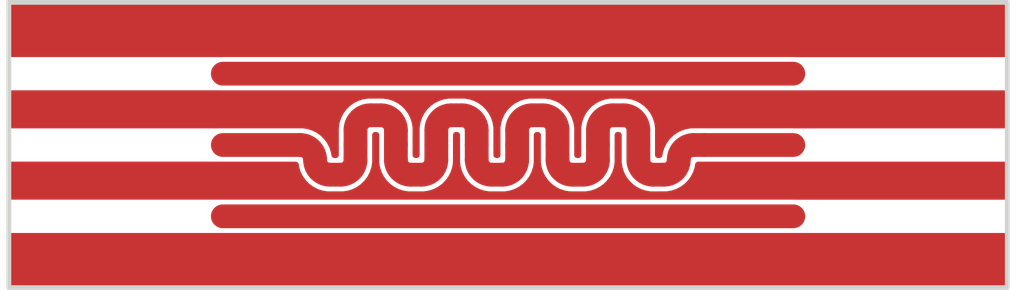
<source format=kicad_pcb>
(kicad_pcb
	(version 20240108)
	(generator "pcbnew")
	(generator_version "8.0")
	(general
		(thickness 1.6)
		(legacy_teardrops no)
	)
	(paper "A4")
	(layers
		(0 "F.Cu" signal)
		(31 "B.Cu" signal)
		(32 "B.Adhes" user "B.Adhesive")
		(33 "F.Adhes" user "F.Adhesive")
		(34 "B.Paste" user)
		(35 "F.Paste" user)
		(36 "B.SilkS" user "B.Silkscreen")
		(37 "F.SilkS" user "F.Silkscreen")
		(38 "B.Mask" user)
		(39 "F.Mask" user)
		(40 "Dwgs.User" user "User.Drawings")
		(41 "Cmts.User" user "User.Comments")
		(42 "Eco1.User" user "User.Eco1")
		(43 "Eco2.User" user "User.Eco2")
		(44 "Edge.Cuts" user)
		(45 "Margin" user)
		(46 "B.CrtYd" user "B.Courtyard")
		(47 "F.CrtYd" user "F.Courtyard")
		(48 "B.Fab" user)
		(49 "F.Fab" user)
		(50 "User.1" user)
		(51 "User.2" user)
		(52 "User.3" user)
		(53 "User.4" user)
		(54 "User.5" user)
		(55 "User.6" user)
		(56 "User.7" user)
		(57 "User.8" user)
		(58 "User.9" user)
	)
	(setup
		(stackup
			(layer "F.SilkS"
				(type "Top Silk Screen")
			)
			(layer "F.Paste"
				(type "Top Solder Paste")
			)
			(layer "F.Mask"
				(type "Top Solder Mask")
				(thickness 0.01)
			)
			(layer "F.Cu"
				(type "copper")
				(thickness 0.035)
			)
			(layer "dielectric 1"
				(type "core")
				(thickness 1.51)
				(material "FR4")
				(epsilon_r 4.5)
				(loss_tangent 0.02)
			)
			(layer "B.Cu"
				(type "copper")
				(thickness 0.035)
			)
			(layer "B.Mask"
				(type "Bottom Solder Mask")
				(thickness 0.01)
			)
			(layer "B.Paste"
				(type "Bottom Solder Paste")
			)
			(layer "B.SilkS"
				(type "Bottom Silk Screen")
			)
			(copper_finish "None")
			(dielectric_constraints no)
		)
		(pad_to_mask_clearance 0)
		(allow_soldermask_bridges_in_footprints no)
		(pcbplotparams
			(layerselection 0x00010fc_ffffffff)
			(plot_on_all_layers_selection 0x0000000_00000000)
			(disableapertmacros no)
			(usegerberextensions no)
			(usegerberattributes yes)
			(usegerberadvancedattributes yes)
			(creategerberjobfile yes)
			(dashed_line_dash_ratio 12.000000)
			(dashed_line_gap_ratio 3.000000)
			(svgprecision 4)
			(plotframeref no)
			(viasonmask no)
			(mode 1)
			(useauxorigin no)
			(hpglpennumber 1)
			(hpglpenspeed 20)
			(hpglpendiameter 15.000000)
			(pdf_front_fp_property_popups yes)
			(pdf_back_fp_property_popups yes)
			(dxfpolygonmode yes)
			(dxfimperialunits yes)
			(dxfusepcbnewfont yes)
			(psnegative no)
			(psa4output no)
			(plotreference yes)
			(plotvalue yes)
			(plotfptext yes)
			(plotinvisibletext no)
			(sketchpadsonfab no)
			(subtractmaskfromsilk no)
			(outputformat 1)
			(mirror no)
			(drillshape 1)
			(scaleselection 1)
			(outputdirectory "")
		)
	)
	(net 0 "")
	(gr_rect
		(start 4 1)
		(end 46 13)
		(stroke
			(width 0.2)
			(type solid)
		)
		(fill none)
		(layer "Edge.Cuts")
		(uuid "6959349c-28a9-445d-b5a4-d90b64369e19")
	)
	(segment
		(start 31.106 8.25)
		(end 31.556 8.25)
		(width 1)
		(layer "F.Cu")
		(net 0)
		(uuid "0de8672f-efb3-45c1-bcad-6d3a8988601a")
	)
	(segment
		(start 21.981 7)
		(end 21.981 6.375)
		(width 1)
		(layer "F.Cu")
		(net 0)
		(uuid "12c20d96-ac24-4e19-aa52-39de48b479ea")
	)
	(segment
		(start 20.281 7)
		(end 20.281 7.625)
		(width 1)
		(layer "F.Cu")
		(net 0)
		(uuid "13d594b0-77cc-4299-b621-aa93f79c36b9")
	)
	(segment
		(start 27.081 6.375)
		(end 27.081 7)
		(width 1)
		(layer "F.Cu")
		(net 0)
		(uuid "1456ed68-7b12-4173-a0b7-7d17a234555e")
	)
	(segment
		(start 33.256 7)
		(end 37 7)
		(width 1)
		(layer "F.Cu")
		(net 0)
		(uuid "1f891467-e003-4fd8-ad4b-4774b7506a5f")
	)
	(segment
		(start 26.006 5.75)
		(end 26.456 5.75)
		(width 1)
		(layer "F.Cu")
		(net 0)
		(uuid "28ecd4e5-f589-46d2-a925-5d489c90b668")
	)
	(segment
		(start 24.306 8.25)
		(end 24.756 8.25)
		(width 1)
		(layer "F.Cu")
		(net 0)
		(uuid "325e77be-3026-4de7-8636-a1662383ee32")
	)
	(segment
		(start 23.681 7)
		(end 23.681 7.625)
		(width 1)
		(layer "F.Cu")
		(net 0)
		(uuid "35306cb3-fed1-46a1-be4b-47cda135f402")
	)
	(segment
		(start 22.606 5.75)
		(end 23.056 5.75)
		(width 1)
		(layer "F.Cu")
		(net 0)
		(uuid "37dac112-66a4-417d-8286-aa09a514e677")
	)
	(segment
		(start 20.906 8.25)
		(end 21.356 8.25)
		(width 1)
		(layer "F.Cu")
		(net 0)
		(uuid "4bca8735-b56b-4bd3-bd79-f38dad7930d5")
	)
	(segment
		(start 25.381 7)
		(end 25.381 6.375)
		(width 1)
		(layer "F.Cu")
		(net 0)
		(uuid "57969697-8393-47a9-9aa6-d5c15c3eb7d2")
	)
	(segment
		(start 30.481 7)
		(end 30.481 7.625)
		(width 1)
		(layer "F.Cu")
		(net 0)
		(uuid "5f205725-a77c-4f85-aee0-49f8d1402442")
	)
	(segment
		(start 13 7)
		(end 16.256 7)
		(width 1)
		(layer "F.Cu")
		(net 0)
		(uuid "6909ada7-79f7-4e8e-8d32-9ab907d63ba3")
	)
	(segment
		(start 29.406 5.75)
		(end 29.856 5.75)
		(width 1)
		(layer "F.Cu")
		(net 0)
		(uuid "6cc024d6-3d9b-4635-913d-60dc60c5edc4")
	)
	(segment
		(start 19.206 5.75)
		(end 19.656 5.75)
		(width 1)
		(layer "F.Cu")
		(net 0)
		(uuid "77ed3eb2-5ad7-45d0-b154-1914cc0a8747")
	)
	(segment
		(start 28.781 7.625)
		(end 28.781 7)
		(width 1)
		(layer "F.Cu")
		(net 0)
		(uuid "7b317c41-2b36-491d-92d0-8ada7b3a6f05")
	)
	(segment
		(start 27.706 8.25)
		(end 28.156 8.25)
		(width 1)
		(layer "F.Cu")
		(net 0)
		(uuid "859d3715-db77-4f54-b4d1-430824e9cb5b")
	)
	(segment
		(start 17.506 8.25)
		(end 17.956 8.25)
		(width 1)
		(layer "F.Cu")
		(net 0)
		(uuid "9022fa29-d3cd-497a-91e6-d5b377fbddd5")
	)
	(segment
		(start 32.806 7)
		(end 33.256 7)
		(width 1)
		(layer "F.Cu")
		(net 0)
		(uuid "9b9ff5fa-a7ef-4c77-b8e3-897814e4e061")
	)
	(segment
		(start 30.481 6.375)
		(end 30.481 7)
		(width 1)
		(layer "F.Cu")
		(net 0)
		(uuid "b72537da-4587-4772-904f-24eaf0938cd8")
	)
	(segment
		(start 23.681 6.375)
		(end 23.681 7)
		(width 1)
		(layer "F.Cu")
		(net 0)
		(uuid "b7590363-8679-48f4-82c6-a0610fbf73b4")
	)
	(segment
		(start 27.081 7)
		(end 27.081 7.625)
		(width 1)
		(layer "F.Cu")
		(net 0)
		(uuid "bb7646f5-4639-4b16-a3a4-9bb1bb593889")
	)
	(segment
		(start 25.381 7.625)
		(end 25.381 7)
		(width 1)
		(layer "F.Cu")
		(net 0)
		(uuid "c0cbfc08-2f60-44b4-86f8-bf943b52543f")
	)
	(segment
		(start 13 4)
		(end 37 4)
		(width 1)
		(layer "F.Cu")
		(net 0)
		(uuid "ceb748b5-b6b8-43d6-b3ca-26fd8ec66582")
	)
	(segment
		(start 20.281 6.375)
		(end 20.281 7)
		(width 1)
		(layer "F.Cu")
		(net 0)
		(uuid "dafdf36b-6dcb-4b25-b5fd-1544d096c476")
	)
	(segment
		(start 18.581 7.625)
		(end 18.581 7)
		(width 1)
		(layer "F.Cu")
		(net 0)
		(uuid "dc03d049-3550-49f5-8222-17c39d084427")
	)
	(segment
		(start 21.981 7.625)
		(end 21.981 7)
		(width 1)
		(layer "F.Cu")
		(net 0)
		(uuid "df5c844c-b27d-4f26-813e-6d4305cff1a5")
	)
	(segment
		(start 18.581 7)
		(end 18.581 6.375)
		(width 1)
		(layer "F.Cu")
		(net 0)
		(uuid "ee87bf5a-d621-4f94-868c-66693bad43a0")
	)
	(segment
		(start 28.781 7)
		(end 28.781 6.375)
		(width 1)
		(layer "F.Cu")
		(net 0)
		(uuid "f2dfff9b-4c16-476f-8e4b-fa40abe2dbaa")
	)
	(segment
		(start 13 10)
		(end 37 10)
		(width 1)
		(layer "F.Cu")
		(net 0)
		(uuid "f91ae21e-2bac-4809-9c70-e8e0a5a3320f")
	)
	(arc
		(start 16.256 7)
		(mid 16.697942 7.183058)
		(end 16.881 7.625)
		(width 1)
		(layer "F.Cu")
		(net 0)
		(uuid "087c1ff3-58de-4121-b938-dbcaaf766050")
	)
	(arc
		(start 32.181 7.625)
		(mid 32.364058 7.183058)
		(end 32.806 7)
		(width 1)
		(layer "F.Cu")
		(net 0)
		(uuid "21ec0d13-b7cb-4fb3-8eca-f8c31fb2209f")
	)
	(arc
		(start 18.581 6.375)
		(mid 18.764058 5.933058)
		(end 19.206 5.75)
		(width 1)
		(layer "F.Cu")
		(net 0)
		(uuid "28d74281-2c73-414b-839f-b27fdeb3d940")
	)
	(arc
		(start 23.681 7.625)
		(mid 23.864058 8.066942)
		(end 24.306 8.25)
		(width 1)
		(layer "F.Cu")
		(net 0)
		(uuid "469e2e8a-6a1c-4701-990e-2a9746bd1c99")
	)
	(arc
		(start 30.481 7.625)
		(mid 30.664058 8.066942)
		(end 31.106 8.25)
		(width 1)
		(layer "F.Cu")
		(net 0)
		(uuid "56440b5d-8b7d-4bff-b86e-94aaccb07f6d")
	)
	(arc
		(start 21.981 6.375)
		(mid 22.164058 5.933058)
		(end 22.606 5.75)
		(width 1)
		(layer "F.Cu")
		(net 0)
		(uuid "5758c000-390e-4e77-a02d-a0b1206e0d1c")
	)
	(arc
		(start 24.756 8.25)
		(mid 25.197942 8.066942)
		(end 25.381 7.625)
		(width 1)
		(layer "F.Cu")
		(net 0)
		(uuid "57aa3c34-7b67-428a-9cd0-2026232349bd")
	)
	(arc
		(start 28.781 6.375)
		(mid 28.964058 5.933058)
		(end 29.406 5.75)
		(width 1)
		(layer "F.Cu")
		(net 0)
		(uuid "6435966b-ee4b-42b9-a572-961ed2bec08c")
	)
	(arc
		(start 17.956 8.25)
		(mid 18.397942 8.066942)
		(end 18.581 7.625)
		(width 1)
		(layer "F.Cu")
		(net 0)
		(uuid "7276340e-61b7-4a58-82df-230d762c1e90")
	)
	(arc
		(start 25.381 6.375)
		(mid 25.564058 5.933058)
		(end 26.006 5.75)
		(width 1)
		(layer "F.Cu")
		(net 0)
		(uuid "7571cba8-7bdf-4261-913c-4279ca92b89c")
	)
	(arc
		(start 21.356 8.25)
		(mid 21.797942 8.066942)
		(end 21.981 7.625)
		(width 1)
		(layer "F.Cu")
		(net 0)
		(uuid "7dc9e6fc-8ec4-4a75-9205-2592aa06dbe3")
	)
	(arc
		(start 29.856 5.75)
		(mid 30.297942 5.933058)
		(end 30.481 6.375)
		(width 1)
		(layer "F.Cu")
		(net 0)
		(uuid "8f7bbc36-e66b-4a90-ac72-7984fb96ab32")
	)
	(arc
		(start 20.281 7.625)
		(mid 20.464058 8.066942)
		(end 20.906 8.25)
		(width 1)
		(layer "F.Cu")
		(net 0)
		(uuid "9272dd0c-a136-412a-89f1-07c49208a84c")
	)
	(arc
		(start 27.081 7.625)
		(mid 27.264058 8.066942)
		(end 27.706 8.25)
		(width 1)
		(layer "F.Cu")
		(net 0)
		(uuid "af6fd0e1-4410-43ac-8657-84fd8ba70021")
	)
	(arc
		(start 31.556 8.25)
		(mid 31.997942 8.066942)
		(end 32.181 7.625)
		(width 1)
		(layer "F.Cu")
		(net 0)
		(uuid "c5ede7c9-1f8d-4b38-a4b5-a7f5da32cd49")
	)
	(arc
		(start 28.156 8.25)
		(mid 28.597942 8.066942)
		(end 28.781 7.625)
		(width 1)
		(layer "F.Cu")
		(net 0)
		(uuid "c925e066-0e4c-4e48-b233-38e5584ac278")
	)
	(arc
		(start 26.456 5.75)
		(mid 26.897942 5.933058)
		(end 27.081 6.375)
		(width 1)
		(layer "F.Cu")
		(net 0)
		(uuid "ce082af7-3434-45cd-90f7-6d43b3de6575")
	)
	(arc
		(start 16.881 7.625)
		(mid 17.064058 8.066942)
		(end 17.506 8.25)
		(width 1)
		(layer "F.Cu")
		(net 0)
		(uuid "d28627de-f7c4-464d-80bc-39d34f359b73")
	)
	(arc
		(start 19.656 5.75)
		(mid 20.097942 5.933058)
		(end 20.281 6.375)
		(width 1)
		(layer "F.Cu")
		(net 0)
		(uuid "eedc942d-8d77-45d4-9190-04b9b8d29213")
	)
	(arc
		(start 23.056 5.75)
		(mid 23.497942 5.933058)
		(end 23.681 6.375)
		(width 1)
		(layer "F.Cu")
		(net 0)
		(uuid "f12524a8-ade4-45cc-a4e1-555ba83e8b3d")
	)
	(zone
		(net 0)
		(net_name "")
		(layer "F.Cu")
		(uuid "4964ad6b-d941-4418-95df-2d42817d31cc")
		(hatch edge 0.5)
		(connect_pads
			(clearance 0)
		)
		(min_thickness 0.25)
		(filled_areas_thickness no)
		(keepout
			(tracks not_allowed)
			(vias not_allowed)
			(pads not_allowed)
			(copperpour not_allowed)
			(footprints allowed)
		)
		(fill
			(thermal_gap 0.5)
			(thermal_bridge_width 0.5)
			(island_removal_mode 1)
			(island_area_min 10)
		)
		(polygon
			(pts
				(xy 15.3 9.3) (xy 15.3 10.7) (xy 3.8 10.7) (xy 3.8 9.3)
			)
		)
	)
	(zone
		(net 0)
		(net_name "")
		(layer "F.Cu")
		(uuid "586ff161-9322-4456-a5a6-a855be41f8a8")
		(hatch edge 0.5)
		(connect_pads
			(clearance 0.1)
		)
		(min_thickness 0.25)
		(filled_areas_thickness no)
		(fill yes
			(thermal_gap 0.5)
			(thermal_bridge_width 0.5)
			(island_removal_mode 1)
			(island_area_min 10)
		)
		(polygon
			(pts
				(xy 4 1) (xy 46 1) (xy 46 13) (xy 4 13)
			)
		)
		(filled_polygon
			(layer "F.Cu")
			(island)
			(pts
				(xy 12.954883 10.700166) (xy 12.957628 10.7005) (xy 34.573138 10.7005) (xy 34.574841 10.701) (xy 34.625 10.701)
				(xy 45.8755 10.701) (xy 45.942539 10.720685) (xy 45.988294 10.773489) (xy 45.9995 10.825) (xy 45.9995 12.8755)
				(xy 45.979815 12.942539) (xy 45.927011 12.988294) (xy 45.8755 12.9995) (xy 4.1245 12.9995) (xy 4.057461 12.979815)
				(xy 4.011706 12.927011) (xy 4.0005 12.8755) (xy 4.0005 10.824) (xy 4.020185 10.756961) (xy 4.072989 10.711206)
				(xy 4.1245 10.7) (xy 12.949361 10.7)
			)
		)
		(filled_polygon
			(layer "F.Cu")
			(island)
			(pts
				(xy 12.952718 4.699904) (xy 12.952937 4.69993) (xy 12.957628 4.7005) (xy 12.961378 4.7005) (xy 37.038623 4.7005)
				(xy 37.042372 4.7005) (xy 37.045116 4.700166) (xy 37.050639 4.7) (xy 45.8755 4.7) (xy 45.942539 4.719685)
				(xy 45.988294 4.772489) (xy 45.9995 4.824) (xy 45.9995 6.177) (xy 45.979815 6.244039) (xy 45.927011 6.289794)
				(xy 45.8755 6.301) (xy 37.062227 6.301) (xy 37.047282 6.300096) (xy 37.046096 6.299952) (xy 37.046093 6.299951)
				(xy 37.042372 6.2995) (xy 33.298372 6.2995) (xy 32.884927 6.2995) (xy 32.806 6.2995) (xy 32.701681 6.2995)
				(xy 32.701679 6.2995) (xy 32.495614 6.332136) (xy 32.297181 6.396612) (xy 32.111285 6.49133) (xy 31.942494 6.613964)
				(xy 31.794964 6.761494) (xy 31.67233 6.930285) (xy 31.577612 7.116181) (xy 31.513136 7.314614) (xy 31.492502 7.444898)
				(xy 31.462573 7.508033) (xy 31.403261 7.544964) (xy 31.370029 7.5495) (xy 31.3055 7.5495) (xy 31.238461 7.529815)
				(xy 31.192706 7.477011) (xy 31.1815 7.4255) (xy 31.1815 6.270678) (xy 31.148863 6.064614) (xy 31.147313 6.059846)
				(xy 31.084389 5.866184) (xy 30.98967 5.680286) (xy 30.956134 5.634128) (xy 30.867035 5.511494) (xy 30.719505 5.363964)
				(xy 30.550714 5.24133) (xy 30.364818 5.146612) (xy 30.364817 5.146611) (xy 30.364816 5.146611) (xy 30.298673 5.12512)
				(xy 30.166385 5.082136) (xy 29.960321 5.0495) (xy 29.960319 5.0495) (xy 29.898372 5.0495) (xy 29.484927 5.0495)
				(xy 29.406 5.0495) (xy 29.301681 5.0495) (xy 29.301679 5.0495) (xy 29.095614 5.082136) (xy 28.897181 5.146612)
				(xy 28.711285 5.24133) (xy 28.542494 5.363964) (xy 28.394964 5.511494) (xy 28.27233 5.680285) (xy 28.177612 5.866181)
				(xy 28.113136 6.064614) (xy 28.080499 6.270678) (xy 28.0805 7.4255) (xy 28.060815 7.492539) (xy 28.008011 7.538294)
				(xy 27.9565 7.5495) (xy 27.9055 7.5495) (xy 27.838461 7.529815) (xy 27.792706 7.477011) (xy 27.7815 7.4255)
				(xy 27.7815 6.270678) (xy 27.748863 6.064614) (xy 27.747313 6.059846) (xy 27.684389 5.866184) (xy 27.58967 5.680286)
				(xy 27.556134 5.634128) (xy 27.467035 5.511494) (xy 27.319505 5.363964) (xy 27.150714 5.24133) (xy 26.964818 5.146612)
				(xy 26.964817 5.146611) (xy 26.964816 5.146611) (xy 26.898673 5.12512) (xy 26.766385 5.082136) (xy 26.560321 5.0495)
				(xy 26.560319 5.0495) (xy 26.498372 5.0495) (xy 26.084927 5.0495) (xy 26.006 5.0495) (xy 25.901681 5.0495)
				(xy 25.901679 5.0495) (xy 25.695614 5.082136) (xy 25.497181 5.146612) (xy 25.311285 5.24133) (xy 25.142494 5.363964)
				(xy 24.994964 5.511494) (xy 24.87233 5.680285) (xy 24.777612 5.866181) (xy 24.713136 6.064614) (xy 24.6805 6.270678)
				(xy 24.6805 7.4255) (xy 24.660815 7.492539) (xy 24.608011 7.538294) (xy 24.5565 7.5495) (xy 24.5055 7.5495)
				(xy 24.438461 7.529815) (xy 24.392706 7.477011) (xy 24.3815 7.4255) (xy 24.3815 6.270678) (xy 24.348863 6.064614)
				(xy 24.347313 6.059846) (xy 24.284389 5.866184) (xy 24.18967 5.680286) (xy 24.156134 5.634129) (xy 24.067035 5.511494)
				(xy 23.919505 5.363964) (xy 23.750714 5.24133) (xy 23.564818 5.146612) (xy 23.564817 5.146611) (xy 23.564816 5.146611)
				(xy 23.498673 5.12512) (xy 23.366385 5.082136) (xy 23.160321 5.0495) (xy 23.160319 5.0495) (xy 23.098372 5.0495)
				(xy 22.684927 5.0495) (xy 22.606 5.0495) (xy 22.501681 5.0495) (xy 22.501679 5.0495) (xy 22.295614 5.082136)
				(xy 22.097181 5.146612) (xy 21.911285 5.24133) (xy 21.742494 5.363964) (xy 21.594964 5.511494) (xy 21.47233 5.680285)
				(xy 21.377612 5.866181) (xy 21.313136 6.064614) (xy 21.2805 6.270678) (xy 21.2805 7.4255) (xy 21.260815 7.492539)
				(xy 21.208011 7.538294) (xy 21.1565 7.5495) (xy 21.1055 7.5495) (xy 21.038461 7.529815) (xy 20.992706 7.477011)
				(xy 20.9815 7.4255) (xy 20.9815 6.270678) (xy 20.948863 6.064614) (xy 20.947313 6.059846) (xy 20.884389 5.866184)
				(xy 20.78967 5.680286) (xy 20.756134 5.634128) (xy 20.667035 5.511494) (xy 20.519505 5.363964) (xy 20.350714 5.24133)
				(xy 20.164818 5.146612) (xy 20.164817 5.146611) (xy 20.164816 5.146611) (xy 20.098673 5.12512) (xy 19.966385 5.082136)
				(xy 19.760321 5.0495) (xy 19.760319 5.0495) (xy 19.698372 5.0495) (xy 19.284927 5.0495) (xy 19.206 5.0495)
				(xy 19.101681 5.0495) (xy 19.101679 5.0495) (xy 18.895614 5.082136) (xy 18.697181 5.146612) (xy 18.511285 5.24133)
				(xy 18.342494 5.363964) (xy 18.194964 5.511494) (xy 18.07233 5.680285) (xy 17.977612 5.866181) (xy 17.913136 6.064614)
				(xy 17.8805 6.270678) (xy 17.8805 7.4255) (xy 17.860815 7.492539) (xy 17.808011 7.538294) (xy 17.7565 7.5495)
				(xy 17.691971 7.5495) (xy 17.624932 7.529815) (xy 17.579177 7.477011) (xy 17.569498 7.444898) (xy 17.548863 7.314614)
				(xy 17.547313 7.309846) (xy 17.484389 7.116184) (xy 17.38967 6.930286) (xy 17.356134 6.884129) (xy 17.267035 6.761494)
				(xy 17.119505 6.613964) (xy 16.950714 6.49133) (xy 16.764818 6.396612) (xy 16.764817 6.396611) (xy 16.764816 6.396611)
				(xy 16.698673 6.37512) (xy 16.566385 6.332136) (xy 16.360321 6.2995) (xy 16.360319 6.2995) (xy 16.298372 6.2995)
				(xy 12.957628 6.2995) (xy 12.954883 6.299833) (xy 12.949361 6.3) (xy 4.1245 6.3) (xy 4.057461 6.280315)
				(xy 4.011706 6.227511) (xy 4.0005 6.176) (xy 4.0005 4.823) (xy 4.020185 4.755961) (xy 4.072989 4.710206)
				(xy 4.1245 4.699) (xy 12.937773 4.699)
			)
		)
		(filled_polygon
			(layer "F.Cu")
			(island)
			(pts
				(xy 19.523539 6.470185) (xy 19.569294 6.522989) (xy 19.5805 6.5745) (xy 19.5805 7.729321) (xy 19.613136 7.935385)
				(xy 19.677612 8.133818) (xy 19.77233 8.319714) (xy 19.894964 8.488505) (xy 20.042494 8.636035) (xy 20.165128 8.725134)
				(xy 20.211286 8.75867) (xy 20.397184 8.853389) (xy 20.590846 8.916313) (xy 20.595614 8.917863) (xy 20.801679 8.9505)
				(xy 20.801681 8.9505) (xy 21.460321 8.9505) (xy 21.666385 8.917863) (xy 21.666387 8.917862) (xy 21.666389 8.917862)
				(xy 21.864816 8.853389) (xy 22.050714 8.75867) (xy 22.219505 8.636035) (xy 22.367035 8.488505) (xy 22.48967 8.319714)
				(xy 22.584389 8.133816) (xy 22.648862 7.935389) (xy 22.669498 7.805102) (xy 22.6815 7.729321) (xy 22.6815 6.5745)
				(xy 22.701185 6.507461) (xy 22.753989 6.461706) (xy 22.8055 6.4505) (xy 22.8565 6.4505) (xy 22.923539 6.470185)
				(xy 22.969294 6.522989) (xy 22.9805 6.5745) (xy 22.9805 7.729321) (xy 23.013136 7.935385) (xy 23.077612 8.133818)
				(xy 23.17233 8.319714) (xy 23.294964 8.488505) (xy 23.442494 8.636035) (xy 23.565128 8.725134) (xy 23.611286 8.75867)
				(xy 23.797184 8.853389) (xy 23.990846 8.916313) (xy 23.995614 8.917863) (xy 24.201679 8.9505) (xy 24.201681 8.9505)
				(xy 24.860321 8.9505) (xy 25.066385 8.917863) (xy 25.066387 8.917862) (xy 25.066389 8.917862) (xy 25.264816 8.853389)
				(xy 25.450714 8.75867) (xy 25.619505 8.636035) (xy 25.767035 8.488505) (xy 25.88967 8.319714) (xy 25.984389 8.133816)
				(xy 26.048862 7.935389) (xy 26.069498 7.805102) (xy 26.0815 7.729321) (xy 26.0815 6.5745) (xy 26.101185 6.507461)
				(xy 26.153989 6.461706) (xy 26.2055 6.4505) (xy 26.2565 6.4505) (xy 26.323539 6.470185) (xy 26.369294 6.522989)
				(xy 26.3805 6.5745) (xy 26.3805 7.729321) (xy 26.413136 7.935385) (xy 26.477612 8.133818) (xy 26.57233 8.319714)
				(xy 26.694964 8.488505) (xy 26.842494 8.636035) (xy 26.965128 8.725134) (xy 27.011286 8.75867) (xy 27.197184 8.853389)
				(xy 27.390846 8.916313) (xy 27.395614 8.917863) (xy 27.601679 8.9505) (xy 27.601681 8.9505) (xy 28.260321 8.9505)
				(xy 28.466385 8.917863) (xy 28.466387 8.917862) (xy 28.466389 8.917862) (xy 28.664816 8.853389)
				(xy 28.850714 8.75867) (xy 29.019505 8.636035) (xy 29.167035 8.488505) (xy 29.28967 8.319714) (xy 29.384389 8.133816)
				(xy 29.448862 7.935389) (xy 29.469498 7.805102) (xy 29.4815 7.729321) (xy 29.4815 6.5745) (xy 29.501185 6.507461)
				(xy 29.553989 6.461706) (xy 29.6055 6.4505) (xy 29.6565 6.4505) (xy 29.723539 6.470185) (xy 29.769294 6.522989)
				(xy 29.7805 6.5745) (xy 29.7805 7.729321) (xy 29.813136 7.935385) (xy 29.877612 8.133818) (xy 29.97233 8.319714)
				(xy 30.094964 8.488505) (xy 30.242494 8.636035) (xy 30.365128 8.725134) (xy 30.411286 8.75867) (xy 30.597184 8.853389)
				(xy 30.790846 8.916313) (xy 30.795614 8.917863) (xy 31.001679 8.9505) (xy 31.001681 8.9505) (xy 31.660321 8.9505)
				(xy 31.866385 8.917863) (xy 31.866387 8.917862) (xy 31.866389 8.917862) (xy 32.064816 8.853389)
				(xy 32.250714 8.75867) (xy 32.419505 8.636035) (xy 32.567035 8.488505) (xy 32.68967 8.319714) (xy 32.784389 8.133816)
				(xy 32.848862 7.935389) (xy 32.866346 7.825) (xy 32.869498 7.805102) (xy 32.899427 7.741967) (xy 32.958739 7.705036)
				(xy 32.991971 7.7005) (xy 33.213628 7.7005) (xy 34.573138 7.7005) (xy 34.574841 7.701) (xy 34.625 7.701)
				(xy 45.8755 7.701) (xy 45.942539 7.720685) (xy 45.988294 7.773489) (xy 45.9995 7.825) (xy 45.9995 9.177)
				(xy 45.979815 9.244039) (xy 45.927011 9.289794) (xy 45.8755 9.301) (xy 37.062227 9.301) (xy 37.047282 9.300096)
				(xy 37.046096 9.299952) (xy 37.046093 9.299951) (xy 37.042372 9.2995) (xy 12.957628 9.2995) (xy 12.954883 9.299833)
				(xy 12.949361 9.3) (xy 4.1245 9.3) (xy 4.057461 9.280315) (xy 4.011706 9.227511) (xy 4.0005 9.176)
				(xy 4.0005 7.824) (xy 4.020185 7.756961) (xy 4.072989 7.711206) (xy 4.1245 7.7) (xy 12.949361 7.7)
				(xy 12.954883 7.700166) (xy 12.957628 7.7005) (xy 16.070029 7.7005) (xy 16.137068 7.720185) (xy 16.182823 7.772989)
				(xy 16.192502 7.805102) (xy 16.213136 7.935385) (xy 16.277612 8.133818) (xy 16.37233 8.319714) (xy 16.494964 8.488505)
				(xy 16.642494 8.636035) (xy 16.765129 8.725134) (xy 16.811286 8.75867) (xy 16.997184 8.853389) (xy 17.190846 8.916313)
				(xy 17.195614 8.917863) (xy 17.401679 8.9505) (xy 17.401681 8.9505) (xy 18.060321 8.9505) (xy 18.266385 8.917863)
				(xy 18.266387 8.917862) (xy 18.266389 8.917862) (xy 18.464816 8.853389) (xy 18.650714 8.75867) (xy 18.819505 8.636035)
				(xy 18.967035 8.488505) (xy 19.08967 8.319714) (xy 19.184389 8.133816) (xy 19.248862 7.935389) (xy 19.269498 7.805102)
				(xy 19.2815 7.729321) (xy 19.2815 6.5745) (xy 19.301185 6.507461) (xy 19.353989 6.461706) (xy 19.4055 6.4505)
				(xy 19.4565 6.4505)
			)
		)
		(filled_polygon
			(layer "F.Cu")
			(island)
			(pts
				(xy 45.942539 1.020185) (xy 45.988294 1.072989) (xy 45.9995 1.1245) (xy 45.9995 3.179) (xy 45.979815 3.246039)
				(xy 45.927011 3.291794) (xy 45.8755 3.303) (xy 37.078699 3.303) (xy 37.063752 3.302096) (xy 37.046092 3.299951)
				(xy 37.04608 3.29995) (xy 37.042372 3.2995) (xy 12.957628 3.2995) (xy 12.95392 3.29995) (xy 12.953907 3.299951)
				(xy 12.944484 3.301096) (xy 12.929537 3.302) (xy 4.1245 3.302) (xy 4.057461 3.282315) (xy 4.011706 3.229511)
				(xy 4.0005 3.178) (xy 4.0005 1.1245) (xy 4.020185 1.057461) (xy 4.072989 1.011706) (xy 4.1245 1.0005)
				(xy 45.8755 1.0005)
			)
		)
	)
	(zone
		(net 0)
		(net_name "")
		(layer "F.Cu")
		(uuid "5d0f0c8f-f368-4769-9e83-38dd688ab7de")
		(hatch edge 0.5)
		(connect_pads
			(clearance 0)
		)
		(min_thickness 0.25)
		(filled_areas_thickness no)
		(keepout
			(tracks not_allowed)
			(vias not_allowed)
			(pads not_allowed)
			(copperpour not_allowed)
			(footprints allowed)
		)
		(fill
			(thermal_gap 0.5)
			(thermal_bridge_width 0.5)
			(island_removal_mode 1)
			(island_area_min 10)
		)
		(polygon
			(pts
				(xy 46.725 9.301) (xy 46.725 10.701) (xy 34.625 10.701) (xy 34.625 9.301)
			)
		)
	)
	(zone
		(net 0)
		(net_name "")
		(layer "F.Cu")
		(uuid "ae6ec085-9495-4647-ac1d-e03b229ea5ac")
		(hatch edge 0.5)
		(connect_pads
			(clearance 0)
		)
		(min_thickness 0.25)
		(filled_areas_thickness no)
		(keepout
			(tracks not_allowed)
			(vias not_allowed)
			(pads not_allowed)
			(copperpour not_allowed)
			(footprints allowed)
		)
		(fill
			(thermal_gap 0.5)
			(thermal_bridge_width 0.5)
			(island_removal_mode 1)
			(island_area_min 10)
		)
		(polygon
			(pts
				(xy 46.5 3.303) (xy 46.5 4.7) (xy 34.751 4.7) (xy 34.751 3.303)
			)
		)
	)
	(zone
		(net 0)
		(net_name "")
		(layer "F.Cu")
		(uuid "c7fc020a-02be-483f-9e29-8272eebd05a7")
		(hatch edge 0.5)
		(connect_pads
			(clearance 0)
		)
		(min_thickness 0.25)
		(filled_areas_thickness no)
		(keepout
			(tracks not_allowed)
			(vias not_allowed)
			(pads not_allowed)
			(copperpour not_allowed)
			(footprints allowed)
		)
		(fill
			(thermal_gap 0.5)
			(thermal_bridge_width 0.5)
			(island_removal_mode 1)
			(island_area_min 10)
		)
		(polygon
			(pts
				(xy 15.3 6.3) (xy 15.3 7.7) (xy 3.7 7.7) (xy 3.7 6.3)
			)
		)
	)
	(zone
		(net 0)
		(net_name "")
		(layer "F.Cu")
		(uuid "e68eaa11-3ed6-4aad-90ea-e86404faad0e")
		(hatch edge 0.5)
		(connect_pads
			(clearance 0)
		)
		(min_thickness 0.25)
		(filled_areas_thickness no)
		(keepout
			(tracks not_allowed)
			(vias not_allowed)
			(pads not_allowed)
			(copperpour not_allowed)
			(footprints allowed)
		)
		(fill
			(thermal_gap 0.5)
			(thermal_bridge_width 0.5)
			(island_removal_mode 1)
			(island_area_min 10)
		)
		(polygon
			(pts
				(xy 46.525 6.301) (xy 46.525 7.701) (xy 34.625 7.701) (xy 34.625 6.301)
			)
		)
	)
	(zone
		(net 0)
		(net_name "")
		(layer "F.Cu")
		(uuid "eff9255a-f38b-4254-a4e9-20dd43f44dad")
		(hatch edge 0.5)
		(connect_pads
			(clearance 0)
		)
		(min_thickness 0.25)
		(filled_areas_thickness no)
		(keepout
			(tracks not_allowed)
			(vias not_allowed)
			(pads not_allowed)
			(copperpour not_allowed)
			(footprints allowed)
		)
		(fill
			(thermal_gap 0.5)
			(thermal_bridge_width 0.5)
			(island_removal_mode 1)
			(island_area_min 10)
		)
		(polygon
			(pts
				(xy 15.875 3.302) (xy 15.875 4.699) (xy 3.626 4.699) (xy 3.626 3.302)
			)
		)
	)
)

</source>
